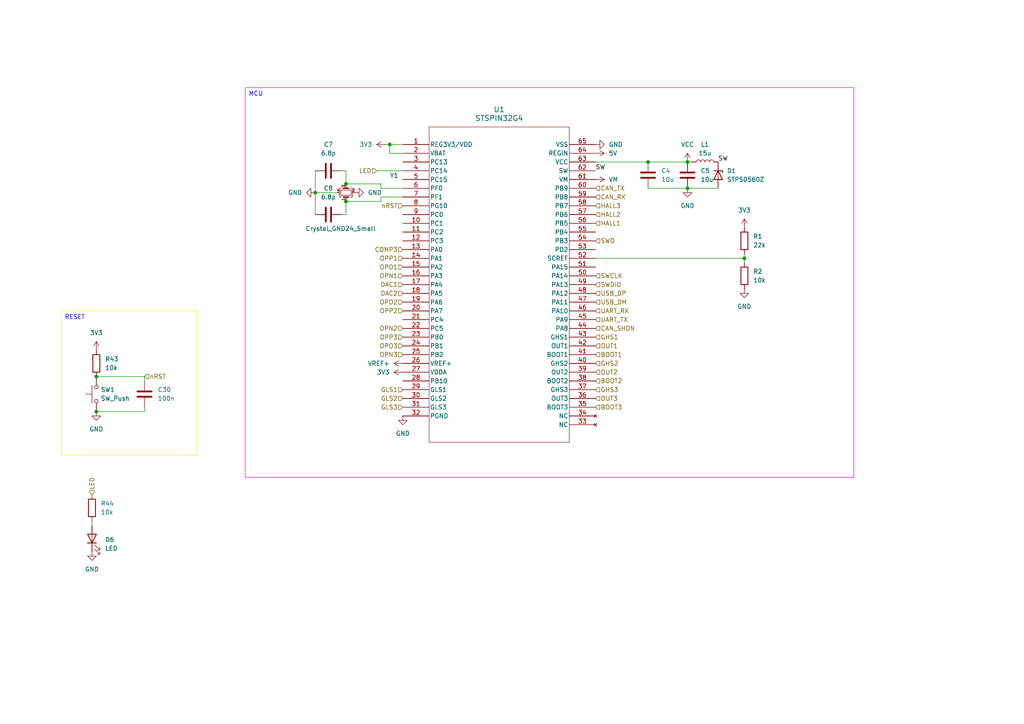
<source format=kicad_sch>
(kicad_sch (version 20231120) (generator "eeschema") (generator_version "8.0")
  (paper "A4")
  (lib_symbols
    (symbol "Device:C" (pin_numbers hide) (pin_names (offset 0.254))
      (property "Reference" "C" (at 0.635 2.54 0))
      (property "Value" "C" (at 0.635 -2.54 0))
      (symbol "C_0_1"
        (polyline (pts (xy -2.032 -0.762) (xy 2.032 -0.762)) (stroke (width 0.508)))
        (polyline (pts (xy -2.032 0.762) (xy 2.032 0.762)) (stroke (width 0.508)))
      )
      (symbol "C_1_1"
        (pin passive line (at 0 3.81 270) (length 2.794) (name "~") (number "1"))
        (pin passive line (at 0 -3.81 90) (length 2.794) (name "~") (number "2"))
      )
    )
    (symbol "Device:Crystal_GND24_Small" (pin_names (offset 1.016) hide)
      (property "Reference" "Y" (at 1.27 4.445 0))
      (property "Value" "Crystal_GND24_Small" (at 1.27 2.54 0))
      (symbol "Crystal_GND24_Small_0_1"
        (rectangle (start -0.762 -1.524) (end 0.762 1.524))
        (polyline (pts (xy -1.27 -0.762) (xy -1.27 0.762)) (stroke (width 0.381)))
        (polyline (pts (xy 1.27 -0.762) (xy 1.27 0.762)) (stroke (width 0.381)))
        (polyline (pts (xy -1.27 -1.27) (xy -1.27 -1.905) (xy 1.27 -1.905) (xy 1.27 -1.27)))
        (polyline (pts (xy -1.27 1.27) (xy -1.27 1.905) (xy 1.27 1.905) (xy 1.27 1.27)))
      )
      (symbol "Crystal_GND24_Small_1_1"
        (pin passive line (at -2.54 0 0) (length 1.27) (name "1") (number "1"))
        (pin passive line (at 0 -2.54 90) (length 0.635) (name "2") (number "2"))
        (pin passive line (at 2.54 0 180) (length 1.27) (name "3") (number "3"))
        (pin passive line (at 0 2.54 270) (length 0.635) (name "4") (number "4"))
      )
    )
    (symbol "Device:D_Zener" (pin_numbers hide) (pin_names (offset 1.016) hide)
      (property "Reference" "D" (at 0 2.54 0))
      (property "Value" "D_Zener" (at 0 -2.54 0))
      (symbol "D_Zener_0_1"
        (polyline (pts (xy 1.27 0) (xy -1.27 0)))
        (polyline (pts (xy -1.27 -1.27) (xy -1.27 1.27) (xy -0.762 1.27)) (stroke (width 0.254)))
        (polyline (pts (xy 1.27 -1.27) (xy 1.27 1.27) (xy -1.27 0) (xy 1.27 -1.27)) (stroke (width 0.254)))
      )
      (symbol "D_Zener_1_1"
        (pin passive line (at -3.81 0 0) (length 2.54) (name "K") (number "1"))
        (pin passive line (at 3.81 0 180) (length 2.54) (name "A") (number "2"))
      )
    )
    (symbol "Device:L" (pin_numbers hide) (pin_names (offset 1.016) hide)
      (property "Reference" "L" (at -1.27 0 90))
      (property "Value" "L" (at 1.905 0 90))
      (symbol "L_0_1"
        (arc (start 0 -2.54) (mid 0.6323 -1.905) (end 0 -1.27))
        (arc (start 0 -1.27) (mid 0.6323 -0.635) (end 0 0))
        (arc (start 0 0) (mid 0.6323 0.635) (end 0 1.27))
        (arc (start 0 1.27) (mid 0.6323 1.905) (end 0 2.54))
      )
      (symbol "L_1_1"
        (pin passive line (at 0 3.81 270) (length 1.27) (name "1") (number "1"))
        (pin passive line (at 0 -3.81 90) (length 1.27) (name "2") (number "2"))
      )
    )
    (symbol "Device:LED" (pin_numbers hide) (pin_names (offset 1.016) hide)
      (property "Reference" "D" (at 0 2.54 0))
      (property "Value" "LED" (at 0 -2.54 0))
      (symbol "LED_0_1"
        (polyline (pts (xy -1.27 -1.27) (xy -1.27 1.27)) (stroke (width 0.254)))
        (polyline (pts (xy -1.27 0) (xy 1.27 0)))
        (polyline (pts (xy 1.27 -1.27) (xy 1.27 1.27) (xy -1.27 0) (xy 1.27 -1.27)) (stroke (width 0.254)))
        (polyline (pts (xy -3.048 -0.762) (xy -4.572 -2.286) (xy -3.81 -2.286) (xy -4.572 -2.286) (xy -4.572 -1.524)))
        (polyline (pts (xy -1.778 -0.762) (xy -3.302 -2.286) (xy -2.54 -2.286) (xy -3.302 -2.286) (xy -3.302 -1.524)))
      )
      (symbol "LED_1_1"
        (pin passive line (at -3.81 0 0) (length 2.54) (name "K") (number "1"))
        (pin passive line (at 3.81 0 180) (length 2.54) (name "A") (number "2"))
      )
    )
    (symbol "Device:R" (pin_numbers hide) (pin_names (offset 0))
      (property "Reference" "R" (at 2.032 0 90))
      (property "Value" "R" (at 0 0 90))
      (symbol "R_0_1"
        (rectangle (start -1.016 -2.54) (end 1.016 2.54) (stroke (width 0.254)))
      )
      (symbol "R_1_1"
        (pin passive line (at 0 3.81 270) (length 1.27) (name "~") (number "1"))
        (pin passive line (at 0 -3.81 90) (length 1.27) (name "~") (number "2"))
      )
    )
    (symbol "STSPIN32G4:STSPIN32G4" (pin_names (offset 0.254))
      (property "Reference" "U" (at 27.94 10.16 0))
      (property "Value" "STSPIN32G4" (at 27.94 7.62 0))
      (symbol "STSPIN32G4_0_1"
        (polyline (pts (xy 7.62 -86.36) (xy 48.26 -86.36)) (stroke (width 0.127)))
        (polyline (pts (xy 7.62 5.08) (xy 7.62 -86.36)) (stroke (width 0.127)))
        (polyline (pts (xy 48.26 -86.36) (xy 48.26 5.08)) (stroke (width 0.127)))
        (polyline (pts (xy 48.26 5.08) (xy 7.62 5.08)) (stroke (width 0.127)))
        (pin power_in line (at 0 0 0) (length 7.62) (name "REG3V3/VDD") (number "1"))
        (pin bidirectional line (at 0 -22.86 0) (length 7.62) (name "PC1") (number "10"))
        (pin bidirectional line (at 0 -25.4 0) (length 7.62) (name "PC2") (number "11"))
        (pin bidirectional line (at 0 -27.94 0) (length 7.62) (name "PC3") (number "12"))
        (pin bidirectional line (at 0 -30.48 0) (length 7.62) (name "PA0") (number "13"))
        (pin bidirectional line (at 0 -33.02 0) (length 7.62) (name "PA1") (number "14"))
        (pin bidirectional line (at 0 -35.56 0) (length 7.62) (name "PA2") (number "15"))
        (pin bidirectional line (at 0 -38.1 0) (length 7.62) (name "PA3") (number "16"))
        (pin bidirectional line (at 0 -40.64 0) (length 7.62) (name "PA4") (number "17"))
        (pin bidirectional line (at 0 -43.18 0) (length 7.62) (name "PA5") (number "18"))
        (pin bidirectional line (at 0 -45.72 0) (length 7.62) (name "PA6") (number "19"))
        (pin unspecified line (at 0 -2.54 0) (length 7.62) (name "VBAT") (number "2"))
        (pin bidirectional line (at 0 -48.26 0) (length 7.62) (name "PA7") (number "20"))
        (pin bidirectional line (at 0 -50.8 0) (length 7.62) (name "PC4") (number "21"))
        (pin bidirectional line (at 0 -53.34 0) (length 7.62) (name "PC5") (number "22"))
        (pin bidirectional line (at 0 -55.88 0) (length 7.62) (name "PB0") (number "23"))
        (pin bidirectional line (at 0 -58.42 0) (length 7.62) (name "PB1") (number "24"))
        (pin bidirectional line (at 0 -60.96 0) (length 7.62) (name "PB2") (number "25"))
        (pin power_in line (at 0 -63.5 0) (length 7.62) (name "VREF+") (number "26"))
        (pin power_in line (at 0 -66.04 0) (length 7.62) (name "VDDA") (number "27"))
        (pin bidirectional line (at 0 -68.58 0) (length 7.62) (name "PB10") (number "28"))
        (pin bidirectional line (at 0 -71.12 0) (length 7.62) (name "GLS1") (number "29"))
        (pin bidirectional line (at 0 -5.08 0) (length 7.62) (name "PC13") (number "3"))
        (pin bidirectional line (at 0 -73.66 0) (length 7.62) (name "GLS2") (number "30"))
        (pin bidirectional line (at 0 -76.2 0) (length 7.62) (name "GLS3") (number "31"))
        (pin power_out line (at 0 -78.74 0) (length 7.62) (name "PGND") (number "32"))
        (pin no_connect line (at 55.88 -81.28 180) (length 7.62) (name "NC") (number "33"))
        (pin no_connect line (at 55.88 -78.74 180) (length 7.62) (name "NC") (number "34"))
        (pin bidirectional line (at 55.88 -76.2 180) (length 7.62) (name "BOOT3") (number "35"))
        (pin output line (at 55.88 -73.66 180) (length 7.62) (name "OUT3") (number "36"))
        (pin bidirectional line (at 55.88 -71.12 180) (length 7.62) (name "GHS3") (number "37"))
        (pin bidirectional line (at 55.88 -68.58 180) (length 7.62) (name "BOOT2") (number "38"))
        (pin output line (at 55.88 -66.04 180) (length 7.62) (name "OUT2") (number "39"))
        (pin bidirectional line (at 0 -7.62 0) (length 7.62) (name "PC14") (number "4"))
        (pin bidirectional line (at 55.88 -63.5 180) (length 7.62) (name "GHS2") (number "40"))
        (pin bidirectional line (at 55.88 -60.96 180) (length 7.62) (name "BOOT1") (number "41"))
        (pin output line (at 55.88 -58.42 180) (length 7.62) (name "OUT1") (number "42"))
        (pin bidirectional line (at 55.88 -55.88 180) (length 7.62) (name "GHS1") (number "43"))
        (pin bidirectional line (at 55.88 -53.34 180) (length 7.62) (name "PA8") (number "44"))
        (pin bidirectional line (at 55.88 -50.8 180) (length 7.62) (name "PA9") (number "45"))
        (pin bidirectional line (at 55.88 -48.26 180) (length 7.62) (name "PA10") (number "46"))
        (pin bidirectional line (at 55.88 -45.72 180) (length 7.62) (name "PA11") (number "47"))
        (pin bidirectional line (at 55.88 -43.18 180) (length 7.62) (name "PA12") (number "48"))
        (pin bidirectional line (at 55.88 -40.64 180) (length 7.62) (name "PA13") (number "49"))
        (pin bidirectional line (at 0 -10.16 0) (length 7.62) (name "PC15") (number "5"))
        (pin bidirectional line (at 55.88 -38.1 180) (length 7.62) (name "PA14") (number "50"))
        (pin bidirectional line (at 55.88 -35.56 180) (length 7.62) (name "PA15") (number "51"))
        (pin unspecified line (at 55.88 -33.02 180) (length 7.62) (name "SCREF") (number "52"))
        (pin bidirectional line (at 55.88 -30.48 180) (length 7.62) (name "PD2") (number "53"))
        (pin bidirectional line (at 55.88 -27.94 180) (length 7.62) (name "PB3") (number "54"))
        (pin bidirectional line (at 55.88 -25.4 180) (length 7.62) (name "PB4") (number "55"))
        (pin bidirectional line (at 55.88 -22.86 180) (length 7.62) (name "PB5") (number "56"))
        (pin bidirectional line (at 55.88 -20.32 180) (length 7.62) (name "PB6") (number "57"))
        (pin bidirectional line (at 55.88 -17.78 180) (length 7.62) (name "PB7") (number "58"))
        (pin bidirectional line (at 55.88 -15.24 180) (length 7.62) (name "PB8") (number "59"))
        (pin bidirectional line (at 0 -12.7 0) (length 7.62) (name "PF0") (number "6"))
        (pin bidirectional line (at 55.88 -12.7 180) (length 7.62) (name "PB9") (number "60"))
        (pin unspecified line (at 55.88 -10.16 180) (length 7.62) (name "VM") (number "61"))
        (pin unspecified line (at 55.88 -7.62 180) (length 7.62) (name "SW") (number "62"))
        (pin power_in line (at 55.88 -5.08 180) (length 7.62) (name "VCC") (number "63"))
        (pin unspecified line (at 55.88 -2.54 180) (length 7.62) (name "REGIN") (number "64"))
        (pin power_out line (at 55.88 0 180) (length 7.62) (name "VSS") (number "65"))
        (pin bidirectional line (at 0 -15.24 0) (length 7.62) (name "PF1") (number "7"))
        (pin unspecified line (at 0 -17.78 0) (length 7.62) (name "PG10") (number "8"))
        (pin bidirectional line (at 0 -20.32 0) (length 7.62) (name "PC0") (number "9"))
      )
    )
    (symbol "Switch:SW_Push" (pin_numbers hide) (pin_names (offset 1.016) hide)
      (property "Reference" "SW" (at 1.27 2.54 0))
      (property "Value" "SW_Push" (at 0 -1.524 0))
      (symbol "SW_Push_0_1"
        (circle (center -2.032 0) (radius 0.508))
        (polyline (pts (xy 0 1.27) (xy 0 3.048)))
        (polyline (pts (xy 2.54 1.27) (xy -2.54 1.27)))
        (circle (center 2.032 0) (radius 0.508))
        (pin passive line (at -5.08 0 0) (length 2.54) (name "1") (number "1"))
        (pin passive line (at 5.08 0 180) (length 2.54) (name "2") (number "2"))
      )
    )
    (symbol "power:GND" (power) (pin_numbers hide) (pin_names (offset 0) hide)
      (property "Value" "GND" (at 0 -3.81 0))
      (symbol "GND_0_1"
        (polyline (pts (xy 0 0) (xy 0 -1.27) (xy 1.27 -1.27) (xy 0 -2.54) (xy -1.27 -1.27) (xy 0 -1.27)))
      )
      (symbol "GND_1_1"
        (pin power_in line (at 0 0 270) (length 0) (name "~") (number "1"))
      )
    )
    (symbol "power:VCC" (power) (pin_numbers hide) (pin_names (offset 0) hide)
      (property "Value" "VCC" (at 0 3.556 0))
      (symbol "VCC_0_1"
        (polyline (pts (xy -0.762 1.27) (xy 0 2.54)))
        (polyline (pts (xy 0 0) (xy 0 2.54)))
        (polyline (pts (xy 0 2.54) (xy 0.762 1.27)))
      )
      (symbol "VCC_1_1"
        (pin power_in line (at 0 0 90) (length 0) (name "~") (number "1"))
      )
    )
  )
  (junction (at 100.33 53.34))
  (junction (at 100.33 58.42))
  (junction (at 91.44 55.88))
  (junction (at 113.03 41.91))
  (junction (at 27.94 109.22))
  (junction (at 187.96 46.99))
  (junction (at 27.94 119.38))
  (junction (at 215.9 74.93))
  (junction (at 199.39 46.99))
  (junction (at 199.39 54.61))
  (wire (pts (xy 91.44 55.88) (xy 97.79 55.88)))
  (wire (pts (xy 215.9 76.2) (xy 215.9 74.93)))
  (wire (pts (xy 26.67 151.13) (xy 26.67 152.4)))
  (wire (pts (xy 109.22 49.53) (xy 116.84 49.53)))
  (wire (pts (xy 110.49 57.15) (xy 110.49 58.42)))
  (wire (pts (xy 41.91 119.38) (xy 27.94 119.38)))
  (wire (pts (xy 199.39 54.61) (xy 208.28 54.61)))
  (wire (pts (xy 100.33 62.23) (xy 100.33 58.42)))
  (wire (pts (xy 41.91 109.22) (xy 41.91 110.49)))
  (wire (pts (xy 116.84 57.15) (xy 110.49 57.15)))
  (wire (pts (xy 91.44 55.88) (xy 91.44 62.23)))
  (wire (pts (xy 116.84 54.61) (xy 110.49 54.61)))
  (wire (pts (xy 27.94 109.22) (xy 41.91 109.22)))
  (wire (pts (xy 200.66 46.99) (xy 199.39 46.99)))
  (wire (pts (xy 110.49 54.61) (xy 110.49 53.34)))
  (wire (pts (xy 187.96 46.99) (xy 172.72 46.99)))
  (wire (pts (xy 110.49 58.42) (xy 100.33 58.42)))
  (wire (pts (xy 99.06 49.53) (xy 100.33 49.53)))
  (wire (pts (xy 116.84 44.45) (xy 113.03 44.45)))
  (wire (pts (xy 91.44 49.53) (xy 91.44 55.88)))
  (wire (pts (xy 111.76 41.91) (xy 113.03 41.91)))
  (wire (pts (xy 113.03 44.45) (xy 113.03 41.91)))
  (wire (pts (xy 187.96 46.99) (xy 199.39 46.99)))
  (wire (pts (xy 99.06 62.23) (xy 100.33 62.23)))
  (wire (pts (xy 100.33 49.53) (xy 100.33 53.34)))
  (wire (pts (xy 215.9 74.93) (xy 215.9 73.66)))
  (wire (pts (xy 41.91 119.38) (xy 41.91 118.11)))
  (wire (pts (xy 113.03 41.91) (xy 116.84 41.91)))
  (wire (pts (xy 110.49 53.34) (xy 100.33 53.34)))
  (wire (pts (xy 172.72 74.93) (xy 215.9 74.93)))
  (wire (pts (xy 187.96 54.61) (xy 199.39 54.61)))
  (text_box "MCU\n" (at 71.12 25.4 0) (size 176.53 113.03) (stroke (width 0) (color 255 0 210 1)) (effects (font (size 1.27 1.27)) (justify left top)))
  (text_box "RESET\n" (at 17.78 90.17 0) (size 39.37 41.91) (stroke (width 0) (color 255 246 3 1)) (effects (font (size 1.27 1.27)) (justify left top)))
  (label "SW" (at 172.72 49.53 0))
  (label "SW" (at 208.28 46.99 0))
  (hierarchical_label "OPP1" (shape input) (at 116.84 74.93 180))
  (hierarchical_label "GHS3" (shape input) (at 172.72 113.03 0))
  (hierarchical_label "OPN3" (shape input) (at 116.84 102.87 180))
  (hierarchical_label "OPN2" (shape input) (at 116.84 95.25 180))
  (hierarchical_label "USB_DP" (shape input) (at 172.72 85.09 0))
  (hierarchical_label "GLS3" (shape input) (at 116.84 118.11 180))
  (hierarchical_label "SWO" (shape input) (at 172.72 69.85 0))
  (hierarchical_label "OUT3" (shape input) (at 172.72 115.57 0))
  (hierarchical_label "OPP2" (shape input) (at 116.84 90.17 180))
  (hierarchical_label "UART_TX" (shape input) (at 172.72 92.71 0))
  (hierarchical_label "HALL1" (shape input) (at 172.72 64.77 0))
  (hierarchical_label "CAN_RX" (shape input) (at 172.72 57.15 0))
  (hierarchical_label "COMP3" (shape input) (at 116.84 72.39 180))
  (hierarchical_label "GHS2" (shape input) (at 172.72 105.41 0))
  (hierarchical_label "CAN_TX" (shape input) (at 172.72 54.61 0))
  (hierarchical_label "HALL3" (shape input) (at 172.72 59.69 0))
  (hierarchical_label "BOOT1" (shape input) (at 172.72 102.87 0))
  (hierarchical_label "SWDIO" (shape input) (at 172.72 82.55 0))
  (hierarchical_label "OUT2" (shape input) (at 172.72 107.95 0))
  (hierarchical_label "SWCLK" (shape input) (at 172.72 80.01 0))
  (hierarchical_label "CAN_SHDN" (shape input) (at 172.72 95.25 0))
  (hierarchical_label "OPN1" (shape input) (at 116.84 80.01 180))
  (hierarchical_label "nRST" (shape input) (at 116.84 59.69 180))
  (hierarchical_label "BOOT2" (shape input) (at 172.72 110.49 0))
  (hierarchical_label "GLS2" (shape input) (at 116.84 115.57 180))
  (hierarchical_label "GLS1" (shape input) (at 116.84 113.03 180))
  (hierarchical_label "nRST" (shape input) (at 41.91 109.22 0))
  (hierarchical_label "OUT1" (shape input) (at 172.72 100.33 0))
  (hierarchical_label "OPO2" (shape input) (at 116.84 87.63 180))
  (hierarchical_label "UART_RX" (shape input) (at 172.72 90.17 0))
  (hierarchical_label "LED" (shape input) (at 109.22 49.53 180))
  (hierarchical_label "LED" (shape input) (at 26.67 143.51 90))
  (hierarchical_label "OPP3" (shape input) (at 116.84 97.79 180))
  (hierarchical_label "GHS1" (shape input) (at 172.72 97.79 0))
  (hierarchical_label "OPO3" (shape input) (at 116.84 100.33 180))
  (hierarchical_label "USB_DM" (shape input) (at 172.72 87.63 0))
  (hierarchical_label "DAC1" (shape input) (at 116.84 82.55 180))
  (hierarchical_label "HALL2" (shape input) (at 172.72 62.23 0))
  (hierarchical_label "BOOT3" (shape input) (at 172.72 118.11 0))
  (hierarchical_label "OPO1" (shape input) (at 116.84 77.47 180))
  (hierarchical_label "DAC2" (shape input) (at 116.84 85.09 180))
  (symbol (lib_id "Device:R") (at 26.67 147.32 0) (unit 1)
    (property "Reference" "R44" (at 29.21 146.0499 0) (effects (justify left)))
    (property "Value" "10k" (at 29.21 148.5899 0) (effects (justify left)))
    (property "Footprint" "Resistor_SMD:R_0603_1608Metric" (effects (hide yes)))
    (property "Description" "Resistor" (effects (hide yes)))
  )
  (symbol (lib_id "power:GND") (at 116.84 120.65 0) (unit 1)
    (property "Reference" "#PWR08" (effects (hide yes)))
    (property "Value" "GND" (at 116.84 125.73 0))
    (property "Description" "Power symbol creates a global label with name \"GND\" , ground" (effects (hide yes)))
  )
  (symbol (lib_id "power:GND") (at 215.9 83.82 0) (unit 1)
    (property "Reference" "#PWR017" (effects (hide yes)))
    (property "Value" "GND" (at 215.9 88.9 0))
    (property "Description" "Power symbol creates a global label with name \"GND\" , ground" (effects (hide yes)))
  )
  (symbol (lib_id "power:GND") (at 102.87 55.88 90) (unit 1)
    (property "Reference" "#PWR014" (effects (hide yes)))
    (property "Value" "GND" (at 106.68 55.8799 90) (effects (justify right)))
    (property "Description" "Power symbol creates a global label with name \"GND\" , ground" (effects (hide yes)))
  )
  (symbol (lib_id "Switch:SW_Push") (at 27.94 114.3 90) (unit 1)
    (property "Reference" "SW1" (at 29.21 113.0299 90) (effects (justify right)))
    (property "Value" "SW_Push" (at 29.21 115.5699 90) (effects (justify right)))
    (property "Footprint" "Button_Switch_SMD:SW_SPST_CK_RS282G05A3" (effects (hide yes)))
    (property "Description" "Push button switch, generic, two pins" (effects (hide yes)))
  )
  (symbol (lib_id "Device:C") (at 187.96 50.8 0) (unit 1)
    (property "Reference" "C4" (at 191.77 49.5299 0) (effects (justify left)))
    (property "Value" "10u" (at 191.77 52.0699 0) (effects (justify left)))
    (property "Footprint" "Capacitor_SMD:C_0603_1608Metric_Pad1.08x0.95mm_HandSolder" (effects (hide yes)))
    (property "Description" "Unpolarized capacitor" (effects (hide yes)))
  )
  (symbol (lib_id "power:VCC") (at 215.9 66.04 0) (unit 1)
    (property "Reference" "#PWR016" (effects (hide yes)))
    (property "Value" "3V3" (at 215.9 60.96 0))
    (property "Description" "Power symbol creates a global label with name \"VCC\"" (effects (hide yes)))
  )
  (symbol (lib_id "power:VCC") (at 172.72 52.07 270) (unit 1)
    (property "Reference" "#PWR05" (effects (hide yes)))
    (property "Value" "VM" (at 176.53 52.0699 90) (effects (justify left)))
    (property "Description" "Power symbol creates a global label with name \"VCC\"" (effects (hide yes)))
  )
  (symbol (lib_id "Device:C") (at 41.91 114.3 0) (unit 1)
    (property "Reference" "C30" (at 45.72 113.0299 0) (effects (justify left)))
    (property "Value" "100n" (at 45.72 115.5699 0) (effects (justify left)))
    (property "Footprint" "Capacitor_SMD:C_0603_1608Metric_Pad1.08x0.95mm_HandSolder" (effects (hide yes)))
    (property "Description" "Unpolarized capacitor" (effects (hide yes)))
  )
  (symbol (lib_id "power:GND") (at 26.67 160.02 0) (unit 1)
    (property "Reference" "#PWR072" (effects (hide yes)))
    (property "Value" "GND" (at 26.67 165.1 0))
    (property "Description" "Power symbol creates a global label with name \"GND\" , ground" (effects (hide yes)))
  )
  (symbol (lib_id "Device:LED") (at 26.67 156.21 90) (unit 1)
    (property "Reference" "D6" (at 30.48 156.5274 90) (effects (justify right)))
    (property "Value" "LED" (at 30.48 159.0674 90) (effects (justify right)))
    (property "Description" "Light emitting diode" (effects (hide yes)))
  )
  (symbol (lib_id "power:VCC") (at 116.84 107.95 90) (unit 1)
    (property "Reference" "#PWR012" (effects (hide yes)))
    (property "Value" "3V3" (at 113.03 107.9499 90) (effects (justify left)))
    (property "Description" "Power symbol creates a global label with name \"VCC\"" (effects (hide yes)))
  )
  (symbol (lib_id "Device:R") (at 215.9 80.01 0) (unit 1)
    (property "Reference" "R2" (at 218.44 78.7399 0) (effects (justify left)))
    (property "Value" "10k" (at 218.44 81.2799 0) (effects (justify left)))
    (property "Footprint" "Resistor_SMD:R_0603_1608Metric" (effects (hide yes)))
    (property "Description" "Resistor" (effects (hide yes)))
  )
  (symbol (lib_id "power:GND") (at 27.94 119.38 0) (unit 1)
    (property "Reference" "#PWR070" (effects (hide yes)))
    (property "Value" "GND" (at 27.94 124.46 0))
    (property "Description" "Power symbol creates a global label with name \"GND\" , ground" (effects (hide yes)))
  )
  (symbol (lib_id "Device:D_Zener") (at 208.28 50.8 270) (unit 1)
    (property "Reference" "D1" (at 210.82 49.5299 90) (effects (justify left)))
    (property "Value" "STPS0560Z" (at 210.82 52.0699 90) (effects (justify left)))
    (property "Footprint" "Diode_SMD:D_SOD-123" (effects (hide yes)))
    (property "Description" "Zener diode" (effects (hide yes)))
  )
  (symbol (lib_id "Device:C") (at 95.25 49.53 90) (unit 1)
    (property "Reference" "C7" (at 95.25 41.91 90))
    (property "Value" "6.8p" (at 95.25 44.45 90))
    (property "Footprint" "Capacitor_SMD:C_0603_1608Metric_Pad1.08x0.95mm_HandSolder" (effects (hide yes)))
    (property "Description" "Unpolarized capacitor" (effects (hide yes)))
  )
  (symbol (lib_id "power:GND") (at 172.72 41.91 90) (unit 1)
    (property "Reference" "#PWR07" (effects (hide yes)))
    (property "Value" "GND" (at 176.53 41.9099 90) (effects (justify right)))
    (property "Description" "Power symbol creates a global label with name \"GND\" , ground" (effects (hide yes)))
  )
  (symbol (lib_id "STSPIN32G4:STSPIN32G4") (at 116.84 41.91 0) (unit 1)
    (property "Reference" "U1" (at 144.78 31.75 0) (effects (font (size 1.524 1.524))))
    (property "Value" "STSPIN32G4" (at 144.78 34.29 0) (effects (font (size 1.524 1.524))))
    (property "Footprint" "Package_DFN_QFN:QFN-64-1EP_9x9mm_P0.5mm_EP4.1x4.1mm_ThermalVias" (effects (hide yes)))
    (property "Datasheet" "STSPIN32G4" (effects (hide yes)))
  )
  (symbol (lib_id "Device:C") (at 95.25 62.23 270) (unit 1)
    (property "Reference" "C8" (at 95.25 54.61 90))
    (property "Value" "6.8p" (at 95.25 57.15 90))
    (property "Footprint" "Capacitor_SMD:C_0603_1608Metric_Pad1.08x0.95mm_HandSolder" (effects (hide yes)))
    (property "Description" "Unpolarized capacitor" (effects (hide yes)))
  )
  (symbol (lib_id "Device:R") (at 215.9 69.85 0) (unit 1)
    (property "Reference" "R1" (at 218.44 68.5799 0) (effects (justify left)))
    (property "Value" "22k" (at 218.44 71.1199 0) (effects (justify left)))
    (property "Footprint" "Resistor_SMD:R_0603_1608Metric" (effects (hide yes)))
    (property "Description" "Resistor" (effects (hide yes)))
  )
  (symbol (lib_id "Device:L") (at 204.47 46.99 90) (unit 1)
    (property "Reference" "L1" (at 204.47 41.91 90))
    (property "Value" "15u" (at 204.47 44.45 90))
    (property "Description" "Inductor" (effects (hide yes)))
  )
  (symbol (lib_id "power:VCC") (at 116.84 105.41 90) (unit 1)
    (property "Reference" "#PWR013" (effects (hide yes)))
    (property "Value" "VREF+" (at 113.03 105.4099 90) (effects (justify left)))
    (property "Description" "Power symbol creates a global label with name \"VCC\"" (effects (hide yes)))
  )
  (symbol (lib_id "Device:R") (at 27.94 105.41 0) (unit 1)
    (property "Reference" "R43" (at 30.48 104.1399 0) (effects (justify left)))
    (property "Value" "10k" (at 30.48 106.6799 0) (effects (justify left)))
    (property "Footprint" "Resistor_SMD:R_0603_1608Metric" (effects (hide yes)))
    (property "Description" "Resistor" (effects (hide yes)))
  )
  (symbol (lib_id "power:VCC") (at 111.76 41.91 90) (unit 1)
    (property "Reference" "#PWR011" (effects (hide yes)))
    (property "Value" "3V3" (at 107.95 41.9099 90) (effects (justify left)))
    (property "Description" "Power symbol creates a global label with name \"VCC\"" (effects (hide yes)))
  )
  (symbol (lib_id "power:VCC") (at 172.72 44.45 270) (unit 1)
    (property "Reference" "#PWR06" (effects (hide yes)))
    (property "Value" "5V" (at 176.53 44.4499 90) (effects (justify left)))
    (property "Description" "Power symbol creates a global label with name \"VCC\"" (effects (hide yes)))
  )
  (symbol (lib_id "power:GND") (at 199.39 54.61 0) (unit 1)
    (property "Reference" "#PWR03" (effects (hide yes)))
    (property "Value" "GND" (at 199.39 59.69 0))
    (property "Description" "Power symbol creates a global label with name \"GND\" , ground" (effects (hide yes)))
  )
  (symbol (lib_id "Device:Crystal_GND24_Small") (at 100.33 55.88 90) (unit 1)
    (property "Reference" "Y1" (at 114.3 50.9268 90))
    (property "Value" "Crystal_GND24_Small" (at 98.806 66.294 90))
    (property "Footprint" "Crystal:Crystal_SMD_Abracon_ABM8G-4Pin_3.2x2.5mm" (effects (hide yes)))
    (property "Description" "Four pin crystal, GND on pins 2 and 4, small symbol" (effects (hide yes)))
  )
  (symbol (lib_id "power:VCC") (at 199.39 46.99 0) (unit 1)
    (property "Reference" "#PWR04" (effects (hide yes)))
    (property "Value" "VCC" (at 199.39 41.91 0))
    (property "Description" "Power symbol creates a global label with name \"VCC\"" (effects (hide yes)))
  )
  (symbol (lib_id "power:VCC") (at 27.94 101.6 0) (unit 1)
    (property "Reference" "#PWR069" (effects (hide yes)))
    (property "Value" "3V3" (at 27.94 96.52 0))
    (property "Description" "Power symbol creates a global label with name \"VCC\"" (effects (hide yes)))
  )
  (symbol (lib_id "power:GND") (at 91.44 55.88 270) (unit 1)
    (property "Reference" "#PWR015" (effects (hide yes)))
    (property "Value" "GND" (at 87.63 55.8799 90) (effects (justify right)))
    (property "Description" "Power symbol creates a global label with name \"GND\" , ground" (effects (hide yes)))
  )
  (symbol (lib_id "Device:C") (at 199.39 50.8 0) (unit 1)
    (property "Reference" "C5" (at 203.2 49.5299 0) (effects (justify left)))
    (property "Value" "10u" (at 203.2 52.0699 0) (effects (justify left)))
    (property "Footprint" "Capacitor_SMD:C_0603_1608Metric_Pad1.08x0.95mm_HandSolder" (effects (hide yes)))
    (property "Description" "Unpolarized capacitor" (effects (hide yes)))
  )
)
</source>
